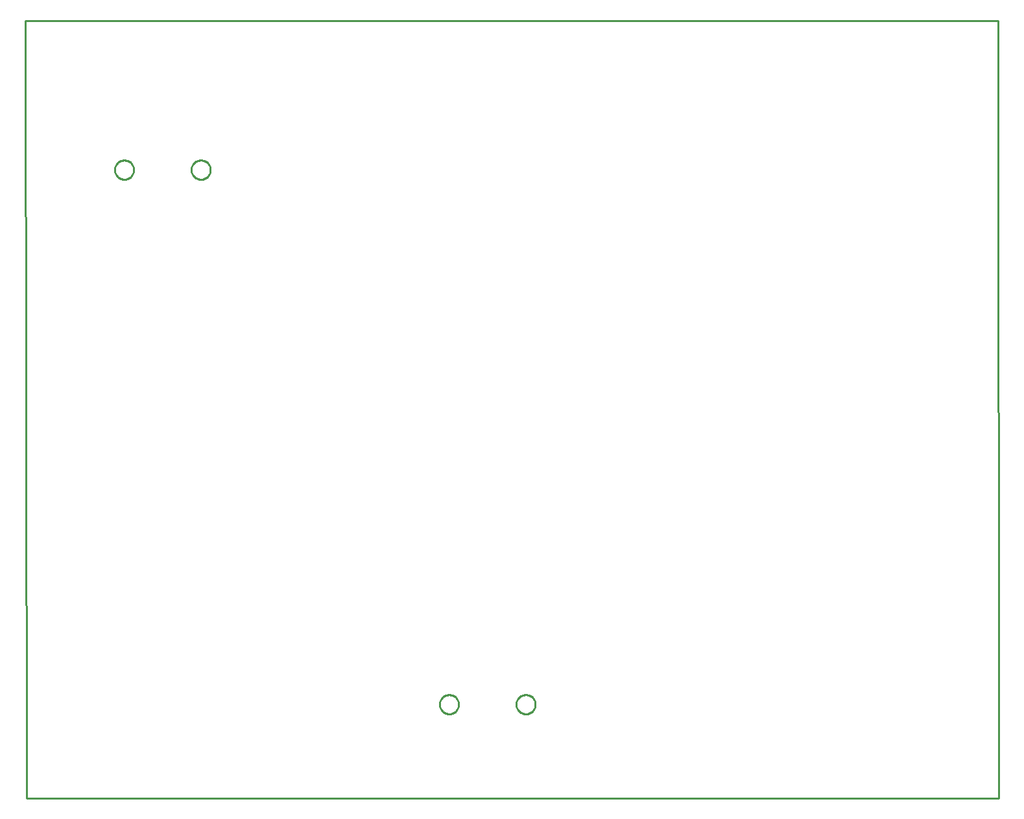
<source format=gbr>
G04 EAGLE Gerber RS-274X export*
G75*
%MOMM*%
%FSLAX34Y34*%
%LPD*%
%IN*%
%IPPOS*%
%AMOC8*
5,1,8,0,0,1.08239X$1,22.5*%
G01*
%ADD10C,0.254000*%


D10*
X-1270Y1016510D02*
X0Y0D01*
X1269800Y0D01*
X1268530Y1016510D01*
X-1270Y1016510D01*
X564480Y123531D02*
X564403Y124510D01*
X564249Y125481D01*
X564020Y126436D01*
X563716Y127370D01*
X563341Y128277D01*
X562895Y129152D01*
X562381Y129990D01*
X561804Y130785D01*
X561166Y131532D01*
X560472Y132226D01*
X559725Y132864D01*
X558930Y133441D01*
X558092Y133955D01*
X557217Y134401D01*
X556310Y134776D01*
X555376Y135080D01*
X554421Y135309D01*
X553450Y135463D01*
X552471Y135540D01*
X551489Y135540D01*
X550510Y135463D01*
X549540Y135309D01*
X548584Y135080D01*
X547650Y134776D01*
X546743Y134401D01*
X545868Y133955D01*
X545030Y133441D01*
X544235Y132864D01*
X543488Y132226D01*
X542794Y131532D01*
X542156Y130785D01*
X541579Y129990D01*
X541065Y129152D01*
X540619Y128277D01*
X540244Y127370D01*
X539940Y126436D01*
X539711Y125481D01*
X539557Y124510D01*
X539480Y123531D01*
X539480Y122549D01*
X539557Y121570D01*
X539711Y120600D01*
X539940Y119644D01*
X540244Y118710D01*
X540619Y117803D01*
X541065Y116928D01*
X541579Y116090D01*
X542156Y115295D01*
X542794Y114548D01*
X543488Y113854D01*
X544235Y113216D01*
X545030Y112639D01*
X545868Y112125D01*
X546743Y111679D01*
X547650Y111304D01*
X548584Y111000D01*
X549540Y110771D01*
X550510Y110617D01*
X551489Y110540D01*
X552471Y110540D01*
X553450Y110617D01*
X554421Y110771D01*
X555376Y111000D01*
X556310Y111304D01*
X557217Y111679D01*
X558092Y112125D01*
X558930Y112639D01*
X559725Y113216D01*
X560472Y113854D01*
X561166Y114548D01*
X561804Y115295D01*
X562381Y116090D01*
X562895Y116928D01*
X563341Y117803D01*
X563716Y118710D01*
X564020Y119644D01*
X564249Y120600D01*
X564403Y121570D01*
X564480Y122549D01*
X564480Y123531D01*
X664480Y123531D02*
X664403Y124510D01*
X664249Y125481D01*
X664020Y126436D01*
X663716Y127370D01*
X663341Y128277D01*
X662895Y129152D01*
X662381Y129990D01*
X661804Y130785D01*
X661166Y131532D01*
X660472Y132226D01*
X659725Y132864D01*
X658930Y133441D01*
X658092Y133955D01*
X657217Y134401D01*
X656310Y134776D01*
X655376Y135080D01*
X654421Y135309D01*
X653450Y135463D01*
X652471Y135540D01*
X651489Y135540D01*
X650510Y135463D01*
X649540Y135309D01*
X648584Y135080D01*
X647650Y134776D01*
X646743Y134401D01*
X645868Y133955D01*
X645030Y133441D01*
X644235Y132864D01*
X643488Y132226D01*
X642794Y131532D01*
X642156Y130785D01*
X641579Y129990D01*
X641065Y129152D01*
X640619Y128277D01*
X640244Y127370D01*
X639940Y126436D01*
X639711Y125481D01*
X639557Y124510D01*
X639480Y123531D01*
X639480Y122549D01*
X639557Y121570D01*
X639711Y120600D01*
X639940Y119644D01*
X640244Y118710D01*
X640619Y117803D01*
X641065Y116928D01*
X641579Y116090D01*
X642156Y115295D01*
X642794Y114548D01*
X643488Y113854D01*
X644235Y113216D01*
X645030Y112639D01*
X645868Y112125D01*
X646743Y111679D01*
X647650Y111304D01*
X648584Y111000D01*
X649540Y110771D01*
X650510Y110617D01*
X651489Y110540D01*
X652471Y110540D01*
X653450Y110617D01*
X654421Y110771D01*
X655376Y111000D01*
X656310Y111304D01*
X657217Y111679D01*
X658092Y112125D01*
X658930Y112639D01*
X659725Y113216D01*
X660472Y113854D01*
X661166Y114548D01*
X661804Y115295D01*
X662381Y116090D01*
X662895Y116928D01*
X663341Y117803D01*
X663716Y118710D01*
X664020Y119644D01*
X664249Y120600D01*
X664403Y121570D01*
X664480Y122549D01*
X664480Y123531D01*
X140300Y822031D02*
X140223Y823010D01*
X140069Y823981D01*
X139840Y824936D01*
X139536Y825870D01*
X139161Y826777D01*
X138715Y827652D01*
X138201Y828490D01*
X137624Y829285D01*
X136986Y830032D01*
X136292Y830726D01*
X135545Y831364D01*
X134750Y831941D01*
X133912Y832455D01*
X133037Y832901D01*
X132130Y833276D01*
X131196Y833580D01*
X130241Y833809D01*
X129270Y833963D01*
X128291Y834040D01*
X127309Y834040D01*
X126330Y833963D01*
X125360Y833809D01*
X124404Y833580D01*
X123470Y833276D01*
X122563Y832901D01*
X121688Y832455D01*
X120850Y831941D01*
X120055Y831364D01*
X119308Y830726D01*
X118614Y830032D01*
X117976Y829285D01*
X117399Y828490D01*
X116885Y827652D01*
X116439Y826777D01*
X116064Y825870D01*
X115760Y824936D01*
X115531Y823981D01*
X115377Y823010D01*
X115300Y822031D01*
X115300Y821049D01*
X115377Y820070D01*
X115531Y819100D01*
X115760Y818144D01*
X116064Y817210D01*
X116439Y816303D01*
X116885Y815428D01*
X117399Y814590D01*
X117976Y813795D01*
X118614Y813048D01*
X119308Y812354D01*
X120055Y811716D01*
X120850Y811139D01*
X121688Y810625D01*
X122563Y810179D01*
X123470Y809804D01*
X124404Y809500D01*
X125360Y809271D01*
X126330Y809117D01*
X127309Y809040D01*
X128291Y809040D01*
X129270Y809117D01*
X130241Y809271D01*
X131196Y809500D01*
X132130Y809804D01*
X133037Y810179D01*
X133912Y810625D01*
X134750Y811139D01*
X135545Y811716D01*
X136292Y812354D01*
X136986Y813048D01*
X137624Y813795D01*
X138201Y814590D01*
X138715Y815428D01*
X139161Y816303D01*
X139536Y817210D01*
X139840Y818144D01*
X140069Y819100D01*
X140223Y820070D01*
X140300Y821049D01*
X140300Y822031D01*
X240300Y822031D02*
X240223Y823010D01*
X240069Y823981D01*
X239840Y824936D01*
X239536Y825870D01*
X239161Y826777D01*
X238715Y827652D01*
X238201Y828490D01*
X237624Y829285D01*
X236986Y830032D01*
X236292Y830726D01*
X235545Y831364D01*
X234750Y831941D01*
X233912Y832455D01*
X233037Y832901D01*
X232130Y833276D01*
X231196Y833580D01*
X230241Y833809D01*
X229270Y833963D01*
X228291Y834040D01*
X227309Y834040D01*
X226330Y833963D01*
X225360Y833809D01*
X224404Y833580D01*
X223470Y833276D01*
X222563Y832901D01*
X221688Y832455D01*
X220850Y831941D01*
X220055Y831364D01*
X219308Y830726D01*
X218614Y830032D01*
X217976Y829285D01*
X217399Y828490D01*
X216885Y827652D01*
X216439Y826777D01*
X216064Y825870D01*
X215760Y824936D01*
X215531Y823981D01*
X215377Y823010D01*
X215300Y822031D01*
X215300Y821049D01*
X215377Y820070D01*
X215531Y819100D01*
X215760Y818144D01*
X216064Y817210D01*
X216439Y816303D01*
X216885Y815428D01*
X217399Y814590D01*
X217976Y813795D01*
X218614Y813048D01*
X219308Y812354D01*
X220055Y811716D01*
X220850Y811139D01*
X221688Y810625D01*
X222563Y810179D01*
X223470Y809804D01*
X224404Y809500D01*
X225360Y809271D01*
X226330Y809117D01*
X227309Y809040D01*
X228291Y809040D01*
X229270Y809117D01*
X230241Y809271D01*
X231196Y809500D01*
X232130Y809804D01*
X233037Y810179D01*
X233912Y810625D01*
X234750Y811139D01*
X235545Y811716D01*
X236292Y812354D01*
X236986Y813048D01*
X237624Y813795D01*
X238201Y814590D01*
X238715Y815428D01*
X239161Y816303D01*
X239536Y817210D01*
X239840Y818144D01*
X240069Y819100D01*
X240223Y820070D01*
X240300Y821049D01*
X240300Y822031D01*
M02*

</source>
